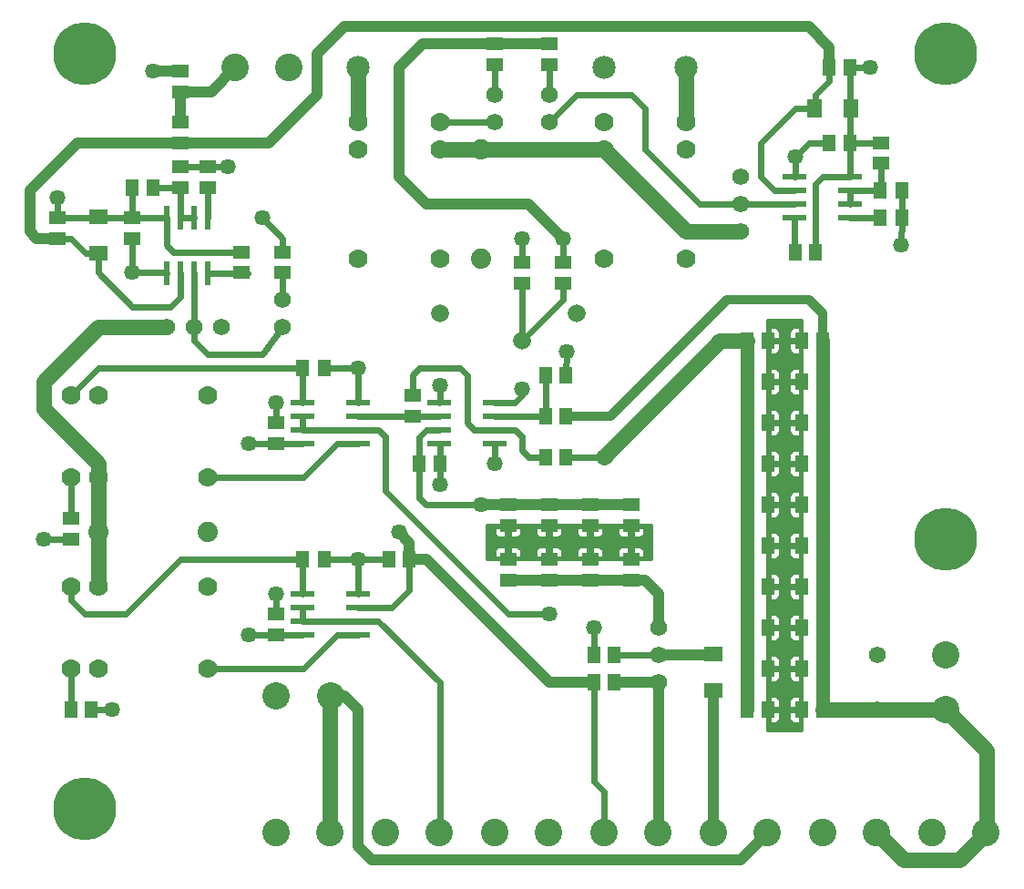
<source format=gbr>
G75*
%MOIN*%
%OFA0B0*%
%FSLAX25Y25*%
%IPPOS*%
%LPD*%
%AMOC8*
5,1,8,0,0,1.08239X$1,22.5*
%
%ADD10C,0.08500*%
%ADD11R,0.05118X0.06299*%
%ADD12C,0.10000*%
%ADD13R,0.06299X0.05118*%
%ADD14C,0.06200*%
%ADD15C,0.07400*%
%ADD16R,0.07087X0.05512*%
%ADD17R,0.05512X0.07087*%
%ADD18R,0.08661X0.02362*%
%ADD19R,0.02362X0.08661*%
%ADD20C,0.07000*%
%ADD21R,0.05906X0.05118*%
%ADD22R,0.05118X0.05906*%
%ADD23C,0.06543*%
%ADD24C,0.10079*%
%ADD25C,0.23000*%
%ADD26C,0.02400*%
%ADD27C,0.05756*%
%ADD28C,0.05000*%
%ADD29C,0.05600*%
%ADD30C,0.03200*%
%ADD31C,0.04000*%
%ADD32C,0.01200*%
D10*
X0132200Y0333933D03*
X0222200Y0333933D03*
X0252200Y0333933D03*
D11*
X0304513Y0306433D03*
X0312387Y0306433D03*
X0323263Y0288933D03*
X0331137Y0288933D03*
X0331137Y0278933D03*
X0323263Y0278933D03*
X0162387Y0188933D03*
X0154513Y0188933D03*
X0119887Y0223933D03*
X0112013Y0223933D03*
X0112013Y0153933D03*
X0119887Y0153933D03*
D12*
X0122200Y0103933D03*
X0102200Y0103933D03*
X0347200Y0098933D03*
X0347200Y0118933D03*
D13*
X0102200Y0126246D03*
X0102200Y0134120D03*
X0102200Y0196246D03*
X0102200Y0204120D03*
X0049700Y0271246D03*
X0049700Y0279120D03*
X0067200Y0289996D03*
X0067200Y0297870D03*
X0067200Y0306246D03*
X0077200Y0297870D03*
X0077200Y0289996D03*
X0067200Y0314120D03*
D14*
X0104700Y0248933D03*
X0104700Y0238933D03*
X0082200Y0238933D03*
X0072200Y0238933D03*
X0062200Y0238933D03*
X0182200Y0313933D03*
X0182200Y0323933D03*
X0202200Y0323933D03*
X0202200Y0313933D03*
X0272200Y0293933D03*
X0272200Y0283933D03*
X0272200Y0273933D03*
X0242200Y0128933D03*
X0242200Y0118933D03*
X0242200Y0108933D03*
X0322200Y0098933D03*
X0322200Y0118933D03*
D15*
X0177200Y0263933D03*
X0177200Y0303933D03*
X0077200Y0163933D03*
X0037200Y0163933D03*
D16*
X0037200Y0265990D03*
X0037200Y0279376D03*
X0262200Y0119376D03*
X0262200Y0105990D03*
D17*
X0299257Y0318933D03*
X0312643Y0318933D03*
D18*
X0312436Y0293933D03*
X0312436Y0288933D03*
X0312436Y0283933D03*
X0312436Y0278933D03*
X0291964Y0278933D03*
X0291964Y0283933D03*
X0291964Y0288933D03*
X0291964Y0293933D03*
X0182436Y0211433D03*
X0182436Y0206433D03*
X0182436Y0201433D03*
X0182436Y0196433D03*
X0161964Y0196433D03*
X0161964Y0201433D03*
X0161964Y0206433D03*
X0161964Y0211433D03*
X0132436Y0211433D03*
X0132436Y0206433D03*
X0132436Y0201433D03*
X0132436Y0196433D03*
X0111964Y0196433D03*
X0111964Y0201433D03*
X0111964Y0206433D03*
X0111964Y0211433D03*
X0111964Y0141433D03*
X0111964Y0136433D03*
X0111964Y0131433D03*
X0111964Y0126433D03*
X0132436Y0126433D03*
X0132436Y0131433D03*
X0132436Y0136433D03*
X0132436Y0141433D03*
D19*
X0077200Y0258697D03*
X0072200Y0258697D03*
X0067200Y0258697D03*
X0062200Y0258697D03*
X0062200Y0279169D03*
X0067200Y0279169D03*
X0072200Y0279169D03*
X0077200Y0279169D03*
D20*
X0132200Y0263933D03*
X0162200Y0263933D03*
X0162200Y0303933D03*
X0162200Y0313933D03*
X0132200Y0313933D03*
X0132200Y0303933D03*
X0222200Y0303933D03*
X0222200Y0313933D03*
X0252200Y0313933D03*
X0252200Y0303933D03*
X0252200Y0263933D03*
X0222200Y0263933D03*
X0077200Y0213933D03*
X0077200Y0183933D03*
X0037200Y0183933D03*
X0027200Y0183933D03*
X0027200Y0213933D03*
X0037200Y0213933D03*
X0037200Y0143933D03*
X0027200Y0143933D03*
X0027200Y0113933D03*
X0037200Y0113933D03*
X0077200Y0113933D03*
X0077200Y0143933D03*
D21*
X0027200Y0161443D03*
X0027200Y0168923D03*
X0089700Y0258943D03*
X0089700Y0266423D03*
X0104700Y0266423D03*
X0104700Y0258943D03*
X0152200Y0213923D03*
X0152200Y0206443D03*
X0187200Y0173923D03*
X0187200Y0166443D03*
X0187200Y0153923D03*
X0187200Y0146443D03*
X0202200Y0146443D03*
X0202200Y0153923D03*
X0217200Y0153923D03*
X0217200Y0146443D03*
X0232200Y0146443D03*
X0232200Y0153923D03*
X0232200Y0166443D03*
X0232200Y0173923D03*
X0217200Y0173923D03*
X0217200Y0166443D03*
X0202200Y0166443D03*
X0202200Y0173923D03*
X0207200Y0255193D03*
X0207200Y0262673D03*
X0192200Y0262673D03*
X0192200Y0255193D03*
X0182200Y0335193D03*
X0182200Y0342673D03*
X0202200Y0342673D03*
X0202200Y0335193D03*
X0323450Y0306423D03*
X0323450Y0298943D03*
X0067200Y0325193D03*
X0067200Y0332673D03*
X0022200Y0278923D03*
X0022200Y0271443D03*
D22*
X0049710Y0290183D03*
X0057190Y0290183D03*
X0200960Y0221433D03*
X0208440Y0221433D03*
X0208440Y0206433D03*
X0200960Y0206433D03*
X0200960Y0191433D03*
X0208440Y0191433D03*
X0150940Y0153933D03*
X0143460Y0153933D03*
X0218460Y0118933D03*
X0225940Y0118933D03*
X0225940Y0108933D03*
X0218460Y0108933D03*
X0274710Y0113933D03*
X0282190Y0113933D03*
X0294710Y0113933D03*
X0302190Y0113933D03*
X0302190Y0098933D03*
X0294710Y0098933D03*
X0282190Y0098933D03*
X0274710Y0098933D03*
X0274710Y0128933D03*
X0282190Y0128933D03*
X0294710Y0128933D03*
X0302190Y0128933D03*
X0302190Y0143933D03*
X0294710Y0143933D03*
X0282190Y0143933D03*
X0274710Y0143933D03*
X0274710Y0158933D03*
X0282190Y0158933D03*
X0294710Y0158933D03*
X0302190Y0158933D03*
X0302190Y0173933D03*
X0294710Y0173933D03*
X0282190Y0173933D03*
X0274710Y0173933D03*
X0274710Y0188933D03*
X0282190Y0188933D03*
X0294710Y0188933D03*
X0302190Y0188933D03*
X0302190Y0203933D03*
X0294710Y0203933D03*
X0282190Y0203933D03*
X0274710Y0203933D03*
X0274710Y0218933D03*
X0282190Y0218933D03*
X0294710Y0218933D03*
X0302190Y0218933D03*
X0302190Y0233933D03*
X0294710Y0233933D03*
X0282190Y0233933D03*
X0274710Y0233933D03*
X0292210Y0266433D03*
X0299690Y0266433D03*
X0304710Y0333933D03*
X0312190Y0333933D03*
X0034690Y0098933D03*
X0027210Y0098933D03*
D23*
X0162200Y0243933D03*
X0192200Y0233933D03*
X0212200Y0243933D03*
D24*
X0107043Y0333933D03*
X0087357Y0333933D03*
X0102357Y0053933D03*
X0122043Y0053933D03*
X0142357Y0053933D03*
X0162043Y0053933D03*
X0182357Y0053933D03*
X0202043Y0053933D03*
X0222357Y0053933D03*
X0242043Y0053933D03*
X0262357Y0053933D03*
X0282043Y0053933D03*
X0302357Y0053933D03*
X0322043Y0053933D03*
X0342357Y0053933D03*
X0362043Y0053933D03*
D25*
X0032200Y0062683D03*
X0032200Y0338933D03*
X0347200Y0338933D03*
X0347200Y0161433D03*
D26*
X0274710Y0233933D02*
X0274700Y0233943D01*
X0292210Y0266433D02*
X0291964Y0269179D01*
X0291964Y0278933D01*
X0291964Y0283933D02*
X0272200Y0283933D01*
X0257200Y0283933D01*
X0237200Y0303933D01*
X0237200Y0318933D01*
X0232200Y0323933D01*
X0212200Y0323933D01*
X0202200Y0313933D01*
X0202200Y0323933D02*
X0202200Y0335193D01*
X0182200Y0335193D02*
X0182200Y0323933D01*
X0182200Y0313933D02*
X0162200Y0313933D01*
X0192200Y0271433D02*
X0192200Y0262673D01*
X0192200Y0255193D02*
X0192200Y0233933D01*
X0207200Y0248933D01*
X0207200Y0255193D01*
X0207200Y0262673D02*
X0207200Y0271433D01*
X0208450Y0230183D02*
X0208440Y0221433D01*
X0200960Y0221433D02*
X0200960Y0206433D01*
X0182436Y0206433D01*
X0182436Y0201433D02*
X0174700Y0201433D01*
X0172200Y0203933D01*
X0172200Y0221433D01*
X0169700Y0223933D01*
X0154700Y0223933D01*
X0152200Y0221433D01*
X0152200Y0213923D01*
X0152200Y0206443D02*
X0161954Y0206443D01*
X0161964Y0206433D01*
X0161964Y0201433D02*
X0157200Y0201433D01*
X0154513Y0198746D01*
X0154513Y0188933D01*
X0154700Y0188746D01*
X0154700Y0176433D01*
X0157200Y0173933D01*
X0177200Y0173933D01*
X0187190Y0173933D02*
X0187200Y0173923D01*
X0182200Y0188933D02*
X0182200Y0196197D01*
X0182436Y0196433D01*
X0182436Y0201433D02*
X0189700Y0201433D01*
X0192200Y0198933D01*
X0192200Y0193933D01*
X0194700Y0191433D01*
X0200960Y0191433D01*
X0208440Y0191433D02*
X0222200Y0191433D01*
X0192200Y0213933D02*
X0192200Y0216433D01*
X0192200Y0213933D02*
X0189700Y0211433D01*
X0182436Y0211433D01*
X0162200Y0211669D02*
X0161964Y0211433D01*
X0162200Y0211669D02*
X0162200Y0217683D01*
X0152200Y0206443D02*
X0132446Y0206443D01*
X0132436Y0206433D01*
X0132436Y0201433D02*
X0139700Y0201433D01*
X0142200Y0198933D01*
X0142200Y0178933D01*
X0187200Y0133933D01*
X0202200Y0133933D01*
X0218450Y0128933D02*
X0218450Y0118943D01*
X0218460Y0118933D01*
X0225940Y0118933D02*
X0242200Y0118933D01*
X0218460Y0108933D02*
X0218460Y0072673D01*
X0222200Y0068933D01*
X0222200Y0054091D01*
X0222357Y0053933D01*
X0242043Y0053933D02*
X0242200Y0054091D01*
X0162200Y0054091D02*
X0162043Y0053933D01*
X0162200Y0054091D02*
X0162200Y0108933D01*
X0139700Y0131433D01*
X0132436Y0131433D01*
X0111964Y0131433D01*
X0111964Y0136433D01*
X0111964Y0141433D02*
X0112013Y0141482D01*
X0112013Y0153933D01*
X0067200Y0153933D01*
X0047200Y0133933D01*
X0032200Y0133933D01*
X0027200Y0138933D01*
X0027200Y0143933D01*
X0027200Y0161443D02*
X0017200Y0161433D01*
X0027200Y0168923D02*
X0027210Y0173933D01*
X0027200Y0183933D01*
X0027200Y0213933D02*
X0037200Y0223933D01*
X0112013Y0223933D01*
X0112013Y0211482D01*
X0111964Y0211433D01*
X0111964Y0206433D02*
X0111964Y0201433D01*
X0132436Y0201433D01*
X0132436Y0196433D02*
X0124700Y0196433D01*
X0112200Y0183933D01*
X0077200Y0183933D01*
X0092200Y0196433D02*
X0102013Y0196433D01*
X0102200Y0196246D01*
X0102387Y0196433D01*
X0111964Y0196433D01*
X0102200Y0204120D02*
X0102200Y0211433D01*
X0097200Y0228933D02*
X0104700Y0238933D01*
X0097200Y0228933D02*
X0077200Y0228933D01*
X0072200Y0233933D01*
X0072200Y0238933D01*
X0072200Y0258697D01*
X0067200Y0258697D02*
X0067200Y0250183D01*
X0063450Y0246433D01*
X0049700Y0246433D01*
X0037200Y0258933D01*
X0037200Y0265990D01*
X0032643Y0265990D01*
X0027190Y0271443D01*
X0022200Y0271443D01*
X0022200Y0278923D02*
X0036747Y0278923D01*
X0037200Y0279376D01*
X0037456Y0279120D01*
X0049700Y0279120D01*
X0049700Y0288923D01*
X0049710Y0290183D01*
X0057190Y0290183D02*
X0067013Y0290183D01*
X0067200Y0289996D01*
X0067200Y0279169D01*
X0072200Y0279169D01*
X0077200Y0279169D02*
X0077200Y0289996D01*
X0077387Y0297683D02*
X0077200Y0297870D01*
X0067200Y0297870D01*
X0077387Y0297683D02*
X0084700Y0297683D01*
X0097200Y0278933D02*
X0104700Y0271433D01*
X0104700Y0266423D01*
X0104700Y0258943D02*
X0104700Y0248933D01*
X0091954Y0258697D02*
X0089700Y0258943D01*
X0091954Y0258697D02*
X0077200Y0258697D01*
X0064710Y0266423D02*
X0062200Y0268933D01*
X0062200Y0279169D01*
X0049749Y0279169D01*
X0049700Y0279120D01*
X0049700Y0271246D02*
X0049700Y0258933D01*
X0061964Y0258933D01*
X0062200Y0258697D01*
X0064710Y0266423D02*
X0089700Y0266423D01*
X0119887Y0223933D02*
X0132200Y0223933D01*
X0132200Y0211669D01*
X0132436Y0211433D01*
X0161964Y0196433D02*
X0162387Y0196010D01*
X0162387Y0188933D01*
X0162200Y0188746D01*
X0162200Y0181433D01*
X0150940Y0153933D02*
X0150940Y0142673D01*
X0144700Y0136433D01*
X0132436Y0136433D01*
X0132436Y0141433D02*
X0132200Y0141669D01*
X0132200Y0153933D01*
X0143460Y0153933D01*
X0132200Y0153933D02*
X0119887Y0153933D01*
X0102200Y0141433D02*
X0102200Y0134120D01*
X0102013Y0126433D02*
X0092200Y0126433D01*
X0102013Y0126433D02*
X0102200Y0126246D01*
X0102387Y0126433D01*
X0111964Y0126433D01*
X0112200Y0113933D02*
X0124700Y0126433D01*
X0132436Y0126433D01*
X0112200Y0113933D02*
X0077200Y0113933D01*
X0042200Y0098933D02*
X0034690Y0098933D01*
X0027210Y0098933D02*
X0027200Y0113933D01*
X0122043Y0103776D02*
X0122200Y0103933D01*
X0122200Y0053933D02*
X0122043Y0053933D01*
X0299690Y0266433D02*
X0299690Y0291423D01*
X0302200Y0293933D01*
X0312436Y0293933D01*
X0312387Y0293982D01*
X0312387Y0306433D01*
X0312387Y0318677D01*
X0312643Y0318933D01*
X0312190Y0319386D01*
X0312190Y0333933D01*
X0319700Y0333933D01*
X0304710Y0333933D02*
X0304710Y0328943D01*
X0299700Y0323933D01*
X0299700Y0319376D01*
X0299257Y0318933D01*
X0292200Y0318933D01*
X0279700Y0306433D01*
X0279700Y0293933D01*
X0284700Y0288933D01*
X0291964Y0288933D01*
X0291964Y0293933D02*
X0292200Y0294169D01*
X0292200Y0301433D01*
X0297200Y0306433D01*
X0304513Y0306433D01*
X0312387Y0306433D02*
X0323440Y0306433D01*
X0323450Y0306423D01*
X0323450Y0298943D02*
X0323450Y0289120D01*
X0323263Y0288933D01*
X0312436Y0288933D01*
X0312436Y0283933D01*
X0312436Y0278933D02*
X0323263Y0278933D01*
X0331137Y0278933D02*
X0331137Y0288933D01*
X0331137Y0278933D02*
X0330950Y0268933D01*
X0362043Y0053933D02*
X0362043Y0053776D01*
X0022200Y0278923D02*
X0022200Y0286433D01*
D27*
X0022200Y0286433D03*
X0049700Y0258933D03*
X0084700Y0297683D03*
X0097200Y0278933D03*
X0132200Y0223933D03*
X0162200Y0217683D03*
X0192200Y0216433D03*
X0208450Y0230183D03*
X0222200Y0191433D03*
X0182200Y0188933D03*
X0177200Y0173933D03*
X0162200Y0181433D03*
X0147200Y0163933D03*
X0132200Y0153933D03*
X0102200Y0141433D03*
X0092200Y0126433D03*
X0042200Y0098933D03*
X0017200Y0161433D03*
X0092200Y0196433D03*
X0102200Y0211433D03*
X0192200Y0271433D03*
X0207200Y0271433D03*
X0292200Y0301433D03*
X0319700Y0333933D03*
X0330950Y0268933D03*
X0202200Y0133933D03*
X0218450Y0128933D03*
X0057200Y0332683D03*
D28*
X0274710Y0233933D02*
X0274710Y0218933D01*
X0274710Y0203933D01*
X0274710Y0188933D01*
X0274710Y0173933D01*
X0274710Y0158933D01*
X0274710Y0143933D01*
X0274710Y0128933D01*
X0274710Y0113933D01*
X0274710Y0098933D01*
X0302190Y0098933D02*
X0302190Y0113933D01*
X0302190Y0128933D01*
X0302190Y0143933D01*
X0302190Y0158933D01*
X0302190Y0173933D01*
X0302190Y0188933D01*
X0302190Y0203933D01*
X0302190Y0218933D01*
X0302190Y0233933D01*
D29*
X0274700Y0233943D02*
X0264710Y0233943D01*
X0222200Y0191433D01*
X0252200Y0273933D02*
X0222200Y0303933D01*
X0177200Y0303933D01*
X0162200Y0303933D01*
X0132200Y0313933D02*
X0132200Y0333933D01*
X0062200Y0238933D02*
X0037200Y0238933D01*
X0017200Y0218933D01*
X0017200Y0208933D01*
X0037200Y0188933D01*
X0037200Y0183933D01*
X0037200Y0163933D01*
X0037200Y0143933D01*
X0122043Y0103776D02*
X0122043Y0053933D01*
X0302190Y0098933D02*
X0322200Y0098933D01*
X0347200Y0098933D01*
X0362200Y0083933D01*
X0362200Y0054091D01*
X0362043Y0053933D01*
X0362043Y0053776D02*
X0352200Y0043933D01*
X0332043Y0043933D01*
X0322043Y0053933D01*
X0272200Y0273933D02*
X0252200Y0273933D01*
X0252200Y0313933D02*
X0252200Y0333933D01*
D30*
X0267200Y0248933D02*
X0297200Y0248933D01*
X0302200Y0243933D01*
X0302200Y0233943D01*
X0302190Y0233933D01*
X0267200Y0248933D02*
X0224700Y0206433D01*
X0208440Y0206433D01*
D31*
X0202200Y0173923D02*
X0187200Y0173923D01*
X0187190Y0173933D02*
X0177200Y0173933D01*
X0202200Y0173923D02*
X0217200Y0173923D01*
X0232200Y0173923D01*
X0232200Y0146443D02*
X0217200Y0146443D01*
X0202200Y0146443D01*
X0187200Y0146443D01*
X0157200Y0153933D02*
X0150940Y0153933D01*
X0150940Y0160193D01*
X0147200Y0163933D01*
X0157200Y0153933D02*
X0202200Y0108933D01*
X0218460Y0108933D01*
X0225940Y0108933D02*
X0242200Y0108933D01*
X0242200Y0054091D01*
X0262357Y0053933D02*
X0262357Y0105833D01*
X0262200Y0105990D01*
X0261757Y0118933D02*
X0262200Y0119376D01*
X0261757Y0118933D02*
X0242200Y0118933D01*
X0242200Y0128933D02*
X0242200Y0141433D01*
X0237190Y0146443D01*
X0232200Y0146443D01*
X0132200Y0098933D02*
X0127200Y0103933D01*
X0122200Y0103933D01*
X0132200Y0098933D02*
X0132200Y0048933D01*
X0137200Y0043933D01*
X0272200Y0043933D01*
X0282043Y0053776D01*
X0282043Y0053933D01*
X0207200Y0271433D02*
X0194700Y0283933D01*
X0157200Y0283933D01*
X0147200Y0293933D01*
X0147200Y0333933D01*
X0155940Y0342673D01*
X0182200Y0342673D01*
X0202200Y0342673D01*
X0127200Y0348933D02*
X0297200Y0348933D01*
X0304710Y0341423D01*
X0304710Y0333933D01*
X0127200Y0348933D02*
X0117200Y0338933D01*
X0117200Y0323933D01*
X0099513Y0306246D01*
X0067200Y0306246D01*
X0029513Y0306246D01*
X0012200Y0288933D01*
X0012200Y0273933D01*
X0014690Y0271443D01*
X0022200Y0271443D01*
X0067200Y0314120D02*
X0067200Y0325193D01*
X0078617Y0325193D01*
X0087357Y0333933D01*
X0067200Y0332673D02*
X0057200Y0332683D01*
D32*
X0179700Y0166433D02*
X0186600Y0166433D01*
X0186600Y0165843D01*
X0182147Y0165843D01*
X0182147Y0163607D01*
X0182290Y0163073D01*
X0182567Y0162594D01*
X0182958Y0162203D01*
X0183437Y0161927D01*
X0183971Y0161784D01*
X0186600Y0161784D01*
X0186600Y0165843D01*
X0187800Y0165843D01*
X0187800Y0166433D01*
X0201600Y0166433D01*
X0201600Y0165843D01*
X0197147Y0165843D01*
X0197147Y0163607D01*
X0197290Y0163073D01*
X0197567Y0162594D01*
X0197958Y0162203D01*
X0198437Y0161927D01*
X0198971Y0161784D01*
X0201600Y0161784D01*
X0201600Y0165843D01*
X0202800Y0165843D01*
X0202800Y0166433D01*
X0216600Y0166433D01*
X0216600Y0165843D01*
X0212147Y0165843D01*
X0212147Y0163607D01*
X0212290Y0163073D01*
X0212567Y0162594D01*
X0212958Y0162203D01*
X0213437Y0161927D01*
X0213971Y0161784D01*
X0216600Y0161784D01*
X0216600Y0165843D01*
X0217800Y0165843D01*
X0217800Y0166433D01*
X0231600Y0166433D01*
X0231600Y0165843D01*
X0227147Y0165843D01*
X0227147Y0163607D01*
X0227290Y0163073D01*
X0227567Y0162594D01*
X0227958Y0162203D01*
X0228437Y0161927D01*
X0228971Y0161784D01*
X0231600Y0161784D01*
X0231600Y0165843D01*
X0232800Y0165843D01*
X0232800Y0166433D01*
X0239700Y0166433D01*
X0239700Y0153933D01*
X0232800Y0153933D01*
X0232800Y0154523D01*
X0237253Y0154523D01*
X0237253Y0156759D01*
X0237110Y0157293D01*
X0236833Y0157772D01*
X0236442Y0158163D01*
X0235963Y0158439D01*
X0235429Y0158582D01*
X0232800Y0158582D01*
X0232800Y0154523D01*
X0231600Y0154523D01*
X0231600Y0153933D01*
X0217800Y0153933D01*
X0217800Y0154523D01*
X0222253Y0154523D01*
X0222253Y0156759D01*
X0222110Y0157293D01*
X0221833Y0157772D01*
X0221442Y0158163D01*
X0220963Y0158439D01*
X0220429Y0158582D01*
X0217800Y0158582D01*
X0217800Y0154523D01*
X0216600Y0154523D01*
X0216600Y0153933D01*
X0202800Y0153933D01*
X0202800Y0154523D01*
X0207253Y0154523D01*
X0207253Y0156759D01*
X0207110Y0157293D01*
X0206833Y0157772D01*
X0206442Y0158163D01*
X0205963Y0158439D01*
X0205429Y0158582D01*
X0202800Y0158582D01*
X0202800Y0154523D01*
X0201600Y0154523D01*
X0201600Y0153933D01*
X0187800Y0153933D01*
X0187800Y0154523D01*
X0192253Y0154523D01*
X0192253Y0156759D01*
X0192110Y0157293D01*
X0191833Y0157772D01*
X0191442Y0158163D01*
X0190963Y0158439D01*
X0190429Y0158582D01*
X0187800Y0158582D01*
X0187800Y0154523D01*
X0186600Y0154523D01*
X0186600Y0153933D01*
X0179700Y0153933D01*
X0179700Y0166433D01*
X0179700Y0165563D02*
X0182147Y0165563D01*
X0182147Y0164365D02*
X0179700Y0164365D01*
X0179700Y0163166D02*
X0182265Y0163166D01*
X0183366Y0161968D02*
X0179700Y0161968D01*
X0179700Y0160769D02*
X0239700Y0160769D01*
X0239700Y0159571D02*
X0179700Y0159571D01*
X0179700Y0158372D02*
X0183321Y0158372D01*
X0183437Y0158439D02*
X0182958Y0158163D01*
X0182567Y0157772D01*
X0182290Y0157293D01*
X0182147Y0156759D01*
X0182147Y0154523D01*
X0186600Y0154523D01*
X0186600Y0158582D01*
X0183971Y0158582D01*
X0183437Y0158439D01*
X0182258Y0157174D02*
X0179700Y0157174D01*
X0179700Y0155975D02*
X0182147Y0155975D01*
X0182147Y0154777D02*
X0179700Y0154777D01*
X0186600Y0154777D02*
X0187800Y0154777D01*
X0187800Y0155975D02*
X0186600Y0155975D01*
X0186600Y0157174D02*
X0187800Y0157174D01*
X0187800Y0158372D02*
X0186600Y0158372D01*
X0186600Y0161968D02*
X0187800Y0161968D01*
X0187800Y0161784D02*
X0190429Y0161784D01*
X0190963Y0161927D01*
X0191442Y0162203D01*
X0191833Y0162594D01*
X0192110Y0163073D01*
X0192253Y0163607D01*
X0192253Y0165843D01*
X0187800Y0165843D01*
X0187800Y0161784D01*
X0187800Y0163166D02*
X0186600Y0163166D01*
X0186600Y0164365D02*
X0187800Y0164365D01*
X0187800Y0165563D02*
X0186600Y0165563D01*
X0192253Y0165563D02*
X0197147Y0165563D01*
X0197147Y0164365D02*
X0192253Y0164365D01*
X0192135Y0163166D02*
X0197265Y0163166D01*
X0198366Y0161968D02*
X0191034Y0161968D01*
X0191079Y0158372D02*
X0198321Y0158372D01*
X0198437Y0158439D02*
X0197958Y0158163D01*
X0197567Y0157772D01*
X0197290Y0157293D01*
X0197147Y0156759D01*
X0197147Y0154523D01*
X0201600Y0154523D01*
X0201600Y0158582D01*
X0198971Y0158582D01*
X0198437Y0158439D01*
X0197258Y0157174D02*
X0192142Y0157174D01*
X0192253Y0155975D02*
X0197147Y0155975D01*
X0197147Y0154777D02*
X0192253Y0154777D01*
X0201600Y0154777D02*
X0202800Y0154777D01*
X0202800Y0155975D02*
X0201600Y0155975D01*
X0201600Y0157174D02*
X0202800Y0157174D01*
X0202800Y0158372D02*
X0201600Y0158372D01*
X0201600Y0161968D02*
X0202800Y0161968D01*
X0202800Y0161784D02*
X0205429Y0161784D01*
X0205963Y0161927D01*
X0206442Y0162203D01*
X0206833Y0162594D01*
X0207110Y0163073D01*
X0207253Y0163607D01*
X0207253Y0165843D01*
X0202800Y0165843D01*
X0202800Y0161784D01*
X0202800Y0163166D02*
X0201600Y0163166D01*
X0201600Y0164365D02*
X0202800Y0164365D01*
X0202800Y0165563D02*
X0201600Y0165563D01*
X0207253Y0165563D02*
X0212147Y0165563D01*
X0212147Y0164365D02*
X0207253Y0164365D01*
X0207135Y0163166D02*
X0212265Y0163166D01*
X0213366Y0161968D02*
X0206034Y0161968D01*
X0206079Y0158372D02*
X0213321Y0158372D01*
X0213437Y0158439D02*
X0212958Y0158163D01*
X0212567Y0157772D01*
X0212290Y0157293D01*
X0212147Y0156759D01*
X0212147Y0154523D01*
X0216600Y0154523D01*
X0216600Y0158582D01*
X0213971Y0158582D01*
X0213437Y0158439D01*
X0212258Y0157174D02*
X0207142Y0157174D01*
X0207253Y0155975D02*
X0212147Y0155975D01*
X0212147Y0154777D02*
X0207253Y0154777D01*
X0216600Y0154777D02*
X0217800Y0154777D01*
X0217800Y0155975D02*
X0216600Y0155975D01*
X0216600Y0157174D02*
X0217800Y0157174D01*
X0217800Y0158372D02*
X0216600Y0158372D01*
X0216600Y0161968D02*
X0217800Y0161968D01*
X0217800Y0161784D02*
X0220429Y0161784D01*
X0220963Y0161927D01*
X0221442Y0162203D01*
X0221833Y0162594D01*
X0222110Y0163073D01*
X0222253Y0163607D01*
X0222253Y0165843D01*
X0217800Y0165843D01*
X0217800Y0161784D01*
X0217800Y0163166D02*
X0216600Y0163166D01*
X0216600Y0164365D02*
X0217800Y0164365D01*
X0217800Y0165563D02*
X0216600Y0165563D01*
X0221034Y0161968D02*
X0228366Y0161968D01*
X0227265Y0163166D02*
X0222135Y0163166D01*
X0222253Y0164365D02*
X0227147Y0164365D01*
X0227147Y0165563D02*
X0222253Y0165563D01*
X0221079Y0158372D02*
X0228321Y0158372D01*
X0228437Y0158439D02*
X0227958Y0158163D01*
X0227567Y0157772D01*
X0227290Y0157293D01*
X0227147Y0156759D01*
X0227147Y0154523D01*
X0231600Y0154523D01*
X0231600Y0158582D01*
X0228971Y0158582D01*
X0228437Y0158439D01*
X0227258Y0157174D02*
X0222142Y0157174D01*
X0222253Y0155975D02*
X0227147Y0155975D01*
X0227147Y0154777D02*
X0222253Y0154777D01*
X0231600Y0154777D02*
X0232800Y0154777D01*
X0232800Y0155975D02*
X0231600Y0155975D01*
X0231600Y0157174D02*
X0232800Y0157174D01*
X0232800Y0158372D02*
X0231600Y0158372D01*
X0231600Y0161968D02*
X0232800Y0161968D01*
X0232800Y0161784D02*
X0235429Y0161784D01*
X0235963Y0161927D01*
X0236442Y0162203D01*
X0236833Y0162594D01*
X0237110Y0163073D01*
X0237253Y0163607D01*
X0237253Y0165843D01*
X0232800Y0165843D01*
X0232800Y0161784D01*
X0232800Y0163166D02*
X0231600Y0163166D01*
X0231600Y0164365D02*
X0232800Y0164365D01*
X0232800Y0165563D02*
X0231600Y0165563D01*
X0237253Y0165563D02*
X0239700Y0165563D01*
X0239700Y0164365D02*
X0237253Y0164365D01*
X0237135Y0163166D02*
X0239700Y0163166D01*
X0239700Y0161968D02*
X0236034Y0161968D01*
X0236079Y0158372D02*
X0239700Y0158372D01*
X0239700Y0157174D02*
X0237142Y0157174D01*
X0237253Y0155975D02*
X0239700Y0155975D01*
X0239700Y0154777D02*
X0237253Y0154777D01*
X0282200Y0154777D02*
X0282790Y0154777D01*
X0282790Y0153880D02*
X0285026Y0153880D01*
X0285560Y0154023D01*
X0286039Y0154300D01*
X0286430Y0154691D01*
X0286706Y0155170D01*
X0286849Y0155704D01*
X0286849Y0158333D01*
X0282790Y0158333D01*
X0282790Y0153880D01*
X0282200Y0153578D02*
X0294700Y0153578D01*
X0294110Y0153880D02*
X0294110Y0158333D01*
X0294700Y0158333D01*
X0294700Y0144533D01*
X0294110Y0144533D01*
X0294110Y0148986D01*
X0291874Y0148986D01*
X0291340Y0148843D01*
X0290861Y0148566D01*
X0290470Y0148175D01*
X0290194Y0147696D01*
X0290051Y0147162D01*
X0290051Y0144533D01*
X0294110Y0144533D01*
X0294110Y0143333D01*
X0294700Y0143333D01*
X0294700Y0129533D01*
X0294110Y0129533D01*
X0294110Y0133986D01*
X0291874Y0133986D01*
X0291340Y0133843D01*
X0290861Y0133566D01*
X0290470Y0133175D01*
X0290194Y0132696D01*
X0290051Y0132162D01*
X0290051Y0129533D01*
X0294110Y0129533D01*
X0294110Y0128333D01*
X0294700Y0128333D01*
X0294700Y0114533D01*
X0294110Y0114533D01*
X0294110Y0118986D01*
X0291874Y0118986D01*
X0291340Y0118843D01*
X0290861Y0118566D01*
X0290470Y0118175D01*
X0290194Y0117696D01*
X0290051Y0117162D01*
X0290051Y0114533D01*
X0294110Y0114533D01*
X0294110Y0113333D01*
X0294700Y0113333D01*
X0294700Y0099533D01*
X0294110Y0099533D01*
X0294110Y0103986D01*
X0291874Y0103986D01*
X0291340Y0103843D01*
X0290861Y0103566D01*
X0290470Y0103175D01*
X0290194Y0102696D01*
X0290051Y0102162D01*
X0290051Y0099533D01*
X0294110Y0099533D01*
X0294110Y0098333D01*
X0294700Y0098333D01*
X0294700Y0091433D01*
X0282200Y0091433D01*
X0282200Y0098333D01*
X0282790Y0098333D01*
X0282790Y0093880D01*
X0285026Y0093880D01*
X0285560Y0094023D01*
X0286039Y0094300D01*
X0286430Y0094691D01*
X0286706Y0095170D01*
X0286849Y0095704D01*
X0286849Y0098333D01*
X0282790Y0098333D01*
X0282790Y0099533D01*
X0282200Y0099533D01*
X0282200Y0113333D01*
X0282790Y0113333D01*
X0282790Y0108880D01*
X0285026Y0108880D01*
X0285560Y0109023D01*
X0286039Y0109300D01*
X0286430Y0109691D01*
X0286706Y0110170D01*
X0286849Y0110704D01*
X0286849Y0113333D01*
X0282790Y0113333D01*
X0282790Y0114533D01*
X0282200Y0114533D01*
X0282200Y0128333D01*
X0282790Y0128333D01*
X0282790Y0123880D01*
X0285026Y0123880D01*
X0285560Y0124023D01*
X0286039Y0124300D01*
X0286430Y0124691D01*
X0286706Y0125170D01*
X0286849Y0125704D01*
X0286849Y0128333D01*
X0282790Y0128333D01*
X0282790Y0129533D01*
X0282200Y0129533D01*
X0282200Y0143333D01*
X0282790Y0143333D01*
X0282790Y0138880D01*
X0285026Y0138880D01*
X0285560Y0139023D01*
X0286039Y0139300D01*
X0286430Y0139691D01*
X0286706Y0140170D01*
X0286849Y0140704D01*
X0286849Y0143333D01*
X0282790Y0143333D01*
X0282790Y0144533D01*
X0282200Y0144533D01*
X0282200Y0158333D01*
X0282790Y0158333D01*
X0282790Y0159533D01*
X0282200Y0159533D01*
X0282200Y0173333D01*
X0282790Y0173333D01*
X0282790Y0168880D01*
X0285026Y0168880D01*
X0285560Y0169023D01*
X0286039Y0169300D01*
X0286430Y0169691D01*
X0286706Y0170170D01*
X0286849Y0170704D01*
X0286849Y0173333D01*
X0282790Y0173333D01*
X0282790Y0174533D01*
X0282200Y0174533D01*
X0282200Y0188333D01*
X0282790Y0188333D01*
X0282790Y0183880D01*
X0285026Y0183880D01*
X0285560Y0184023D01*
X0286039Y0184300D01*
X0286430Y0184691D01*
X0286706Y0185170D01*
X0286849Y0185704D01*
X0286849Y0188333D01*
X0282790Y0188333D01*
X0282790Y0189533D01*
X0282200Y0189533D01*
X0282200Y0203333D01*
X0282790Y0203333D01*
X0282790Y0198880D01*
X0285026Y0198880D01*
X0285560Y0199023D01*
X0286039Y0199300D01*
X0286430Y0199691D01*
X0286706Y0200170D01*
X0286849Y0200704D01*
X0286849Y0203333D01*
X0282790Y0203333D01*
X0282790Y0204533D01*
X0282200Y0204533D01*
X0282200Y0218333D01*
X0282790Y0218333D01*
X0282790Y0213880D01*
X0285026Y0213880D01*
X0285560Y0214023D01*
X0286039Y0214300D01*
X0286430Y0214691D01*
X0286706Y0215170D01*
X0286849Y0215704D01*
X0286849Y0218333D01*
X0282790Y0218333D01*
X0282790Y0219533D01*
X0282200Y0219533D01*
X0282200Y0233333D01*
X0282790Y0233333D01*
X0282790Y0228880D01*
X0285026Y0228880D01*
X0285560Y0229023D01*
X0286039Y0229300D01*
X0286430Y0229691D01*
X0286706Y0230170D01*
X0286849Y0230704D01*
X0286849Y0233333D01*
X0282790Y0233333D01*
X0282790Y0234533D01*
X0282200Y0234533D01*
X0282200Y0241433D01*
X0294700Y0241433D01*
X0294700Y0234533D01*
X0294110Y0234533D01*
X0294110Y0238986D01*
X0291874Y0238986D01*
X0291340Y0238843D01*
X0290861Y0238566D01*
X0290470Y0238175D01*
X0290194Y0237696D01*
X0290051Y0237162D01*
X0290051Y0234533D01*
X0294110Y0234533D01*
X0294110Y0233333D01*
X0294700Y0233333D01*
X0294700Y0219533D01*
X0294110Y0219533D01*
X0294110Y0223986D01*
X0291874Y0223986D01*
X0291340Y0223843D01*
X0290861Y0223566D01*
X0290470Y0223175D01*
X0290194Y0222696D01*
X0290051Y0222162D01*
X0290051Y0219533D01*
X0294110Y0219533D01*
X0294110Y0218333D01*
X0294700Y0218333D01*
X0294700Y0204533D01*
X0294110Y0204533D01*
X0294110Y0208986D01*
X0291874Y0208986D01*
X0291340Y0208843D01*
X0290861Y0208566D01*
X0290470Y0208175D01*
X0290194Y0207696D01*
X0290051Y0207162D01*
X0290051Y0204533D01*
X0294110Y0204533D01*
X0294110Y0203333D01*
X0294700Y0203333D01*
X0294700Y0189533D01*
X0294110Y0189533D01*
X0294110Y0193986D01*
X0291874Y0193986D01*
X0291340Y0193843D01*
X0290861Y0193566D01*
X0290470Y0193175D01*
X0290194Y0192696D01*
X0290051Y0192162D01*
X0290051Y0189533D01*
X0294110Y0189533D01*
X0294110Y0188333D01*
X0294700Y0188333D01*
X0294700Y0174533D01*
X0294110Y0174533D01*
X0294110Y0178986D01*
X0291874Y0178986D01*
X0291340Y0178843D01*
X0290861Y0178566D01*
X0290470Y0178175D01*
X0290194Y0177696D01*
X0290051Y0177162D01*
X0290051Y0174533D01*
X0294110Y0174533D01*
X0294110Y0173333D01*
X0294700Y0173333D01*
X0294700Y0159533D01*
X0294110Y0159533D01*
X0294110Y0163986D01*
X0291874Y0163986D01*
X0291340Y0163843D01*
X0290861Y0163566D01*
X0290470Y0163175D01*
X0290194Y0162696D01*
X0290051Y0162162D01*
X0290051Y0159533D01*
X0294110Y0159533D01*
X0294110Y0158333D01*
X0290051Y0158333D01*
X0290051Y0155704D01*
X0290194Y0155170D01*
X0290470Y0154691D01*
X0290861Y0154300D01*
X0291340Y0154023D01*
X0291874Y0153880D01*
X0294110Y0153880D01*
X0294110Y0154777D02*
X0294700Y0154777D01*
X0294700Y0155975D02*
X0294110Y0155975D01*
X0294110Y0157174D02*
X0294700Y0157174D01*
X0294110Y0158372D02*
X0282790Y0158372D01*
X0282790Y0159533D02*
X0286849Y0159533D01*
X0286849Y0162162D01*
X0286706Y0162696D01*
X0286430Y0163175D01*
X0286039Y0163566D01*
X0285560Y0163843D01*
X0285026Y0163986D01*
X0282790Y0163986D01*
X0282790Y0159533D01*
X0282790Y0159571D02*
X0282200Y0159571D01*
X0282200Y0160769D02*
X0282790Y0160769D01*
X0282790Y0161968D02*
X0282200Y0161968D01*
X0282200Y0163166D02*
X0282790Y0163166D01*
X0282200Y0164365D02*
X0294700Y0164365D01*
X0294700Y0165563D02*
X0282200Y0165563D01*
X0282200Y0166762D02*
X0294700Y0166762D01*
X0294700Y0167960D02*
X0282200Y0167960D01*
X0282200Y0169159D02*
X0282790Y0169159D01*
X0282790Y0170357D02*
X0282200Y0170357D01*
X0282200Y0171556D02*
X0282790Y0171556D01*
X0282790Y0172754D02*
X0282200Y0172754D01*
X0282790Y0173953D02*
X0294110Y0173953D01*
X0294110Y0173333D02*
X0290051Y0173333D01*
X0290051Y0170704D01*
X0290194Y0170170D01*
X0290470Y0169691D01*
X0290861Y0169300D01*
X0291340Y0169023D01*
X0291874Y0168880D01*
X0294110Y0168880D01*
X0294110Y0173333D01*
X0294110Y0172754D02*
X0294700Y0172754D01*
X0294700Y0171556D02*
X0294110Y0171556D01*
X0294110Y0170357D02*
X0294700Y0170357D01*
X0294700Y0169159D02*
X0294110Y0169159D01*
X0291106Y0169159D02*
X0285794Y0169159D01*
X0286756Y0170357D02*
X0290144Y0170357D01*
X0290051Y0171556D02*
X0286849Y0171556D01*
X0286849Y0172754D02*
X0290051Y0172754D01*
X0290051Y0175151D02*
X0286849Y0175151D01*
X0286849Y0174533D02*
X0286849Y0177162D01*
X0286706Y0177696D01*
X0286430Y0178175D01*
X0286039Y0178566D01*
X0285560Y0178843D01*
X0285026Y0178986D01*
X0282790Y0178986D01*
X0282790Y0174533D01*
X0286849Y0174533D01*
X0286849Y0176350D02*
X0290051Y0176350D01*
X0290154Y0177548D02*
X0286746Y0177548D01*
X0285726Y0178747D02*
X0291174Y0178747D01*
X0294110Y0178747D02*
X0294700Y0178747D01*
X0294700Y0179945D02*
X0282200Y0179945D01*
X0282200Y0178747D02*
X0282790Y0178747D01*
X0282790Y0177548D02*
X0282200Y0177548D01*
X0282200Y0176350D02*
X0282790Y0176350D01*
X0282790Y0175151D02*
X0282200Y0175151D01*
X0282200Y0181144D02*
X0294700Y0181144D01*
X0294700Y0182343D02*
X0282200Y0182343D01*
X0282200Y0183541D02*
X0294700Y0183541D01*
X0294110Y0183880D02*
X0294110Y0188333D01*
X0290051Y0188333D01*
X0290051Y0185704D01*
X0290194Y0185170D01*
X0290470Y0184691D01*
X0290861Y0184300D01*
X0291340Y0184023D01*
X0291874Y0183880D01*
X0294110Y0183880D01*
X0294110Y0184740D02*
X0294700Y0184740D01*
X0294700Y0185938D02*
X0294110Y0185938D01*
X0294110Y0187137D02*
X0294700Y0187137D01*
X0294110Y0188335D02*
X0282790Y0188335D01*
X0282790Y0189533D02*
X0286849Y0189533D01*
X0286849Y0192162D01*
X0286706Y0192696D01*
X0286430Y0193175D01*
X0286039Y0193566D01*
X0285560Y0193843D01*
X0285026Y0193986D01*
X0282790Y0193986D01*
X0282790Y0189533D01*
X0282790Y0189534D02*
X0282200Y0189534D01*
X0282200Y0190732D02*
X0282790Y0190732D01*
X0282790Y0191931D02*
X0282200Y0191931D01*
X0282200Y0193129D02*
X0282790Y0193129D01*
X0282200Y0194328D02*
X0294700Y0194328D01*
X0294700Y0195526D02*
X0282200Y0195526D01*
X0282200Y0196725D02*
X0294700Y0196725D01*
X0294700Y0197923D02*
X0282200Y0197923D01*
X0282200Y0199122D02*
X0282790Y0199122D01*
X0282790Y0200320D02*
X0282200Y0200320D01*
X0282200Y0201519D02*
X0282790Y0201519D01*
X0282790Y0202717D02*
X0282200Y0202717D01*
X0282790Y0203916D02*
X0294110Y0203916D01*
X0294110Y0203333D02*
X0290051Y0203333D01*
X0290051Y0200704D01*
X0290194Y0200170D01*
X0290470Y0199691D01*
X0290861Y0199300D01*
X0291340Y0199023D01*
X0291874Y0198880D01*
X0294110Y0198880D01*
X0294110Y0203333D01*
X0294110Y0202717D02*
X0294700Y0202717D01*
X0294700Y0201519D02*
X0294110Y0201519D01*
X0294110Y0200320D02*
X0294700Y0200320D01*
X0294700Y0199122D02*
X0294110Y0199122D01*
X0291170Y0199122D02*
X0285730Y0199122D01*
X0286746Y0200320D02*
X0290154Y0200320D01*
X0290051Y0201519D02*
X0286849Y0201519D01*
X0286849Y0202717D02*
X0290051Y0202717D01*
X0290051Y0205114D02*
X0286849Y0205114D01*
X0286849Y0204533D02*
X0286849Y0207162D01*
X0286706Y0207696D01*
X0286430Y0208175D01*
X0286039Y0208566D01*
X0285560Y0208843D01*
X0285026Y0208986D01*
X0282790Y0208986D01*
X0282790Y0204533D01*
X0286849Y0204533D01*
X0286849Y0206313D02*
X0290051Y0206313D01*
X0290144Y0207511D02*
X0286756Y0207511D01*
X0285790Y0208710D02*
X0291110Y0208710D01*
X0294110Y0208710D02*
X0294700Y0208710D01*
X0294700Y0209908D02*
X0282200Y0209908D01*
X0282200Y0208710D02*
X0282790Y0208710D01*
X0282790Y0207511D02*
X0282200Y0207511D01*
X0282200Y0206313D02*
X0282790Y0206313D01*
X0282790Y0205114D02*
X0282200Y0205114D01*
X0282200Y0211107D02*
X0294700Y0211107D01*
X0294700Y0212305D02*
X0282200Y0212305D01*
X0282200Y0213504D02*
X0294700Y0213504D01*
X0294110Y0213880D02*
X0294110Y0218333D01*
X0290051Y0218333D01*
X0290051Y0215704D01*
X0290194Y0215170D01*
X0290470Y0214691D01*
X0290861Y0214300D01*
X0291340Y0214023D01*
X0291874Y0213880D01*
X0294110Y0213880D01*
X0294110Y0214702D02*
X0294700Y0214702D01*
X0294700Y0215901D02*
X0294110Y0215901D01*
X0294110Y0217099D02*
X0294700Y0217099D01*
X0294700Y0218298D02*
X0294110Y0218298D01*
X0294110Y0219496D02*
X0282790Y0219496D01*
X0282790Y0219533D02*
X0286849Y0219533D01*
X0286849Y0222162D01*
X0286706Y0222696D01*
X0286430Y0223175D01*
X0286039Y0223566D01*
X0285560Y0223843D01*
X0285026Y0223986D01*
X0282790Y0223986D01*
X0282790Y0219533D01*
X0282790Y0220695D02*
X0282200Y0220695D01*
X0282200Y0221893D02*
X0282790Y0221893D01*
X0282790Y0223092D02*
X0282200Y0223092D01*
X0282200Y0224290D02*
X0294700Y0224290D01*
X0294700Y0223092D02*
X0294110Y0223092D01*
X0294110Y0221893D02*
X0294700Y0221893D01*
X0294700Y0220695D02*
X0294110Y0220695D01*
X0290051Y0220695D02*
X0286849Y0220695D01*
X0286849Y0221893D02*
X0290051Y0221893D01*
X0290422Y0223092D02*
X0286478Y0223092D01*
X0286849Y0218298D02*
X0290051Y0218298D01*
X0290051Y0217099D02*
X0286849Y0217099D01*
X0286849Y0215901D02*
X0290051Y0215901D01*
X0290464Y0214702D02*
X0286436Y0214702D01*
X0282790Y0214702D02*
X0282200Y0214702D01*
X0282200Y0215901D02*
X0282790Y0215901D01*
X0282790Y0217099D02*
X0282200Y0217099D01*
X0282200Y0218298D02*
X0282790Y0218298D01*
X0282200Y0225489D02*
X0294700Y0225489D01*
X0294700Y0226687D02*
X0282200Y0226687D01*
X0282200Y0227886D02*
X0294700Y0227886D01*
X0294110Y0228880D02*
X0291874Y0228880D01*
X0291340Y0229023D01*
X0290861Y0229300D01*
X0290470Y0229691D01*
X0290194Y0230170D01*
X0290051Y0230704D01*
X0290051Y0233333D01*
X0294110Y0233333D01*
X0294110Y0228880D01*
X0294110Y0229084D02*
X0294700Y0229084D01*
X0294700Y0230283D02*
X0294110Y0230283D01*
X0294110Y0231481D02*
X0294700Y0231481D01*
X0294700Y0232680D02*
X0294110Y0232680D01*
X0294110Y0233879D02*
X0282790Y0233879D01*
X0282790Y0234533D02*
X0286849Y0234533D01*
X0286849Y0237162D01*
X0286706Y0237696D01*
X0286430Y0238175D01*
X0286039Y0238566D01*
X0285560Y0238843D01*
X0285026Y0238986D01*
X0282790Y0238986D01*
X0282790Y0234533D01*
X0282790Y0235077D02*
X0282200Y0235077D01*
X0282200Y0236276D02*
X0282790Y0236276D01*
X0282790Y0237474D02*
X0282200Y0237474D01*
X0282200Y0238673D02*
X0282790Y0238673D01*
X0282200Y0239871D02*
X0294700Y0239871D01*
X0294700Y0238673D02*
X0294110Y0238673D01*
X0294110Y0237474D02*
X0294700Y0237474D01*
X0294700Y0236276D02*
X0294110Y0236276D01*
X0294110Y0235077D02*
X0294700Y0235077D01*
X0290051Y0235077D02*
X0286849Y0235077D01*
X0286849Y0236276D02*
X0290051Y0236276D01*
X0290134Y0237474D02*
X0286766Y0237474D01*
X0285855Y0238673D02*
X0291045Y0238673D01*
X0294700Y0241070D02*
X0282200Y0241070D01*
X0282200Y0232680D02*
X0282790Y0232680D01*
X0282790Y0231481D02*
X0282200Y0231481D01*
X0282200Y0230283D02*
X0282790Y0230283D01*
X0282790Y0229084D02*
X0282200Y0229084D01*
X0285665Y0229084D02*
X0291234Y0229084D01*
X0290164Y0230283D02*
X0286736Y0230283D01*
X0286849Y0231481D02*
X0290051Y0231481D01*
X0290051Y0232680D02*
X0286849Y0232680D01*
X0294110Y0207511D02*
X0294700Y0207511D01*
X0294700Y0206313D02*
X0294110Y0206313D01*
X0294110Y0205114D02*
X0294700Y0205114D01*
X0294700Y0193129D02*
X0294110Y0193129D01*
X0294110Y0191931D02*
X0294700Y0191931D01*
X0294700Y0190732D02*
X0294110Y0190732D01*
X0294110Y0189534D02*
X0294700Y0189534D01*
X0290051Y0189534D02*
X0286849Y0189534D01*
X0286849Y0190732D02*
X0290051Y0190732D01*
X0290051Y0191931D02*
X0286849Y0191931D01*
X0286456Y0193129D02*
X0290444Y0193129D01*
X0290051Y0187137D02*
X0286849Y0187137D01*
X0286849Y0185938D02*
X0290051Y0185938D01*
X0290442Y0184740D02*
X0286458Y0184740D01*
X0282790Y0184740D02*
X0282200Y0184740D01*
X0282200Y0185938D02*
X0282790Y0185938D01*
X0282790Y0187137D02*
X0282200Y0187137D01*
X0294110Y0177548D02*
X0294700Y0177548D01*
X0294700Y0176350D02*
X0294110Y0176350D01*
X0294110Y0175151D02*
X0294700Y0175151D01*
X0294700Y0163166D02*
X0294110Y0163166D01*
X0294110Y0161968D02*
X0294700Y0161968D01*
X0294700Y0160769D02*
X0294110Y0160769D01*
X0294110Y0159571D02*
X0294700Y0159571D01*
X0290051Y0159571D02*
X0286849Y0159571D01*
X0286849Y0160769D02*
X0290051Y0160769D01*
X0290051Y0161968D02*
X0286849Y0161968D01*
X0286435Y0163166D02*
X0290465Y0163166D01*
X0290051Y0157174D02*
X0286849Y0157174D01*
X0286849Y0155975D02*
X0290051Y0155975D01*
X0290421Y0154777D02*
X0286479Y0154777D01*
X0282790Y0155975D02*
X0282200Y0155975D01*
X0282200Y0157174D02*
X0282790Y0157174D01*
X0282200Y0152380D02*
X0294700Y0152380D01*
X0294700Y0151181D02*
X0282200Y0151181D01*
X0282200Y0149983D02*
X0294700Y0149983D01*
X0294700Y0148784D02*
X0294110Y0148784D01*
X0294110Y0147586D02*
X0294700Y0147586D01*
X0294700Y0146387D02*
X0294110Y0146387D01*
X0294110Y0145189D02*
X0294700Y0145189D01*
X0294110Y0143990D02*
X0282790Y0143990D01*
X0282790Y0144533D02*
X0286849Y0144533D01*
X0286849Y0147162D01*
X0286706Y0147696D01*
X0286430Y0148175D01*
X0286039Y0148566D01*
X0285560Y0148843D01*
X0285026Y0148986D01*
X0282790Y0148986D01*
X0282790Y0144533D01*
X0282790Y0145189D02*
X0282200Y0145189D01*
X0282200Y0146387D02*
X0282790Y0146387D01*
X0282790Y0147586D02*
X0282200Y0147586D01*
X0282200Y0148784D02*
X0282790Y0148784D01*
X0285661Y0148784D02*
X0291239Y0148784D01*
X0290164Y0147586D02*
X0286736Y0147586D01*
X0286849Y0146387D02*
X0290051Y0146387D01*
X0290051Y0145189D02*
X0286849Y0145189D01*
X0286849Y0142792D02*
X0290051Y0142792D01*
X0290051Y0143333D02*
X0290051Y0140704D01*
X0290194Y0140170D01*
X0290470Y0139691D01*
X0290861Y0139300D01*
X0291340Y0139023D01*
X0291874Y0138880D01*
X0294110Y0138880D01*
X0294110Y0143333D01*
X0290051Y0143333D01*
X0290051Y0141593D02*
X0286849Y0141593D01*
X0286766Y0140395D02*
X0290134Y0140395D01*
X0291041Y0139196D02*
X0285859Y0139196D01*
X0282790Y0139196D02*
X0282200Y0139196D01*
X0282200Y0137998D02*
X0294700Y0137998D01*
X0294700Y0139196D02*
X0294110Y0139196D01*
X0294110Y0140395D02*
X0294700Y0140395D01*
X0294700Y0141593D02*
X0294110Y0141593D01*
X0294110Y0142792D02*
X0294700Y0142792D01*
X0294700Y0136799D02*
X0282200Y0136799D01*
X0282200Y0135601D02*
X0294700Y0135601D01*
X0294700Y0134402D02*
X0282200Y0134402D01*
X0282790Y0133986D02*
X0282790Y0129533D01*
X0286849Y0129533D01*
X0286849Y0132162D01*
X0286706Y0132696D01*
X0286430Y0133175D01*
X0286039Y0133566D01*
X0285560Y0133843D01*
X0285026Y0133986D01*
X0282790Y0133986D01*
X0282790Y0133204D02*
X0282200Y0133204D01*
X0282200Y0132005D02*
X0282790Y0132005D01*
X0282790Y0130807D02*
X0282200Y0130807D01*
X0282200Y0129608D02*
X0282790Y0129608D01*
X0282790Y0128410D02*
X0294110Y0128410D01*
X0294110Y0128333D02*
X0290051Y0128333D01*
X0290051Y0125704D01*
X0290194Y0125170D01*
X0290470Y0124691D01*
X0290861Y0124300D01*
X0291340Y0124023D01*
X0291874Y0123880D01*
X0294110Y0123880D01*
X0294110Y0128333D01*
X0294110Y0127211D02*
X0294700Y0127211D01*
X0294700Y0126012D02*
X0294110Y0126012D01*
X0294110Y0124814D02*
X0294700Y0124814D01*
X0294700Y0123615D02*
X0282200Y0123615D01*
X0282200Y0122417D02*
X0294700Y0122417D01*
X0294700Y0121218D02*
X0282200Y0121218D01*
X0282200Y0120020D02*
X0294700Y0120020D01*
X0294700Y0118821D02*
X0294110Y0118821D01*
X0294110Y0117623D02*
X0294700Y0117623D01*
X0294700Y0116424D02*
X0294110Y0116424D01*
X0294110Y0115226D02*
X0294700Y0115226D01*
X0294110Y0114027D02*
X0282790Y0114027D01*
X0282790Y0114533D02*
X0286849Y0114533D01*
X0286849Y0117162D01*
X0286706Y0117696D01*
X0286430Y0118175D01*
X0286039Y0118566D01*
X0285560Y0118843D01*
X0285026Y0118986D01*
X0282790Y0118986D01*
X0282790Y0114533D01*
X0282790Y0115226D02*
X0282200Y0115226D01*
X0282200Y0116424D02*
X0282790Y0116424D01*
X0282790Y0117623D02*
X0282200Y0117623D01*
X0282200Y0118821D02*
X0282790Y0118821D01*
X0285597Y0118821D02*
X0291303Y0118821D01*
X0290174Y0117623D02*
X0286726Y0117623D01*
X0286849Y0116424D02*
X0290051Y0116424D01*
X0290051Y0115226D02*
X0286849Y0115226D01*
X0286849Y0112829D02*
X0290051Y0112829D01*
X0290051Y0113333D02*
X0290051Y0110704D01*
X0290194Y0110170D01*
X0290470Y0109691D01*
X0290861Y0109300D01*
X0291340Y0109023D01*
X0291874Y0108880D01*
X0294110Y0108880D01*
X0294110Y0113333D01*
X0290051Y0113333D01*
X0290051Y0111630D02*
X0286849Y0111630D01*
X0286776Y0110432D02*
X0290124Y0110432D01*
X0290977Y0109233D02*
X0285923Y0109233D01*
X0282790Y0109233D02*
X0282200Y0109233D01*
X0282200Y0108035D02*
X0294700Y0108035D01*
X0294700Y0109233D02*
X0294110Y0109233D01*
X0294110Y0110432D02*
X0294700Y0110432D01*
X0294700Y0111630D02*
X0294110Y0111630D01*
X0294110Y0112829D02*
X0294700Y0112829D01*
X0294700Y0106836D02*
X0282200Y0106836D01*
X0282200Y0105638D02*
X0294700Y0105638D01*
X0294700Y0104439D02*
X0282200Y0104439D01*
X0282790Y0103986D02*
X0282790Y0099533D01*
X0286849Y0099533D01*
X0286849Y0102162D01*
X0286706Y0102696D01*
X0286430Y0103175D01*
X0286039Y0103566D01*
X0285560Y0103843D01*
X0285026Y0103986D01*
X0282790Y0103986D01*
X0282790Y0103241D02*
X0282200Y0103241D01*
X0282200Y0102042D02*
X0282790Y0102042D01*
X0282790Y0100844D02*
X0282200Y0100844D01*
X0282200Y0099645D02*
X0282790Y0099645D01*
X0282790Y0098447D02*
X0294110Y0098447D01*
X0294110Y0098333D02*
X0290051Y0098333D01*
X0290051Y0095704D01*
X0290194Y0095170D01*
X0290470Y0094691D01*
X0290861Y0094300D01*
X0291340Y0094023D01*
X0291874Y0093880D01*
X0294110Y0093880D01*
X0294110Y0098333D01*
X0294110Y0097248D02*
X0294700Y0097248D01*
X0294700Y0096050D02*
X0294110Y0096050D01*
X0294110Y0094851D02*
X0294700Y0094851D01*
X0294700Y0093653D02*
X0282200Y0093653D01*
X0282200Y0094851D02*
X0282790Y0094851D01*
X0282790Y0096050D02*
X0282200Y0096050D01*
X0282200Y0097248D02*
X0282790Y0097248D01*
X0286849Y0097248D02*
X0290051Y0097248D01*
X0290051Y0096050D02*
X0286849Y0096050D01*
X0286522Y0094851D02*
X0290378Y0094851D01*
X0290051Y0099645D02*
X0286849Y0099645D01*
X0286849Y0100844D02*
X0290051Y0100844D01*
X0290051Y0102042D02*
X0286849Y0102042D01*
X0286364Y0103241D02*
X0290536Y0103241D01*
X0294110Y0103241D02*
X0294700Y0103241D01*
X0294700Y0102042D02*
X0294110Y0102042D01*
X0294110Y0100844D02*
X0294700Y0100844D01*
X0294700Y0099645D02*
X0294110Y0099645D01*
X0294700Y0092454D02*
X0282200Y0092454D01*
X0282200Y0110432D02*
X0282790Y0110432D01*
X0282790Y0111630D02*
X0282200Y0111630D01*
X0282200Y0112829D02*
X0282790Y0112829D01*
X0282790Y0124814D02*
X0282200Y0124814D01*
X0282200Y0126012D02*
X0282790Y0126012D01*
X0282790Y0127211D02*
X0282200Y0127211D01*
X0286849Y0127211D02*
X0290051Y0127211D01*
X0290051Y0126012D02*
X0286849Y0126012D01*
X0286501Y0124814D02*
X0290399Y0124814D01*
X0290051Y0129608D02*
X0286849Y0129608D01*
X0286849Y0130807D02*
X0290051Y0130807D01*
X0290051Y0132005D02*
X0286849Y0132005D01*
X0286401Y0133204D02*
X0290499Y0133204D01*
X0294110Y0133204D02*
X0294700Y0133204D01*
X0294700Y0132005D02*
X0294110Y0132005D01*
X0294110Y0130807D02*
X0294700Y0130807D01*
X0294700Y0129608D02*
X0294110Y0129608D01*
X0282790Y0140395D02*
X0282200Y0140395D01*
X0282200Y0141593D02*
X0282790Y0141593D01*
X0282790Y0142792D02*
X0282200Y0142792D01*
M02*

</source>
